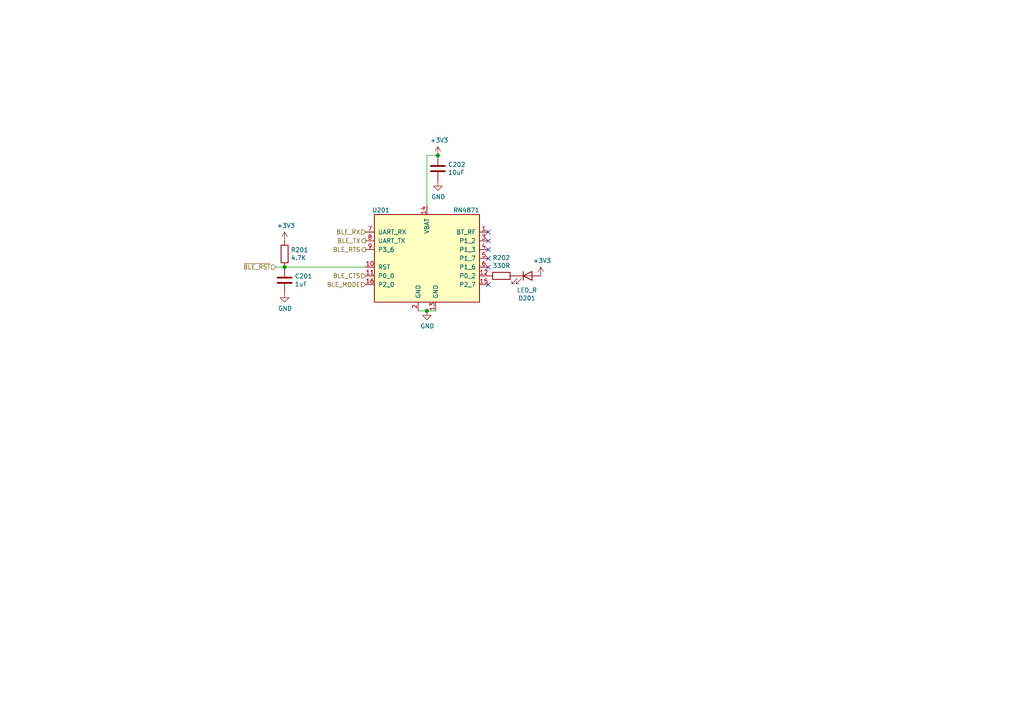
<source format=kicad_sch>
(kicad_sch (version 20210126) (generator eeschema)
  (paper "A4")
  (lib_symbols
    (symbol "Device:C" (pin_numbers hide) (pin_names (offset 0.254))
      (property "Reference" "C" (at 0.635 2.54 0))
      (property "Value" "C" (at 0.635 -2.54 0))
      (symbol "C_0_1"
        (polyline (pts (xy -2.032 -0.762) (xy 2.032 -0.762)) (stroke (width 0.508)))
        (polyline (pts (xy -2.032 0.762) (xy 2.032 0.762)) (stroke (width 0.508)))
      )
      (symbol "C_1_1"
        (pin passive line (at 0 3.81 270) (length 2.794) (name "~") (number "1"))
        (pin passive line (at 0 -3.81 90) (length 2.794) (name "~") (number "2"))
      )
    )
    (symbol "Device:LED" (pin_numbers hide) (pin_names (offset 1.016) hide)
      (property "Reference" "D" (at 0 2.54 0))
      (property "Value" "LED" (at 0 -2.54 0))
      (symbol "LED_0_1"
        (polyline (pts (xy -1.27 -1.27) (xy -1.27 1.27)) (stroke (width 0.254)))
        (polyline (pts (xy -1.27 0) (xy 1.27 0)))
        (polyline (pts (xy 1.27 -1.27) (xy 1.27 1.27) (xy -1.27 0) (xy 1.27 -1.27)) (stroke (width 0.254)))
        (polyline (pts (xy -3.048 -0.762) (xy -4.572 -2.286) (xy -3.81 -2.286) (xy -4.572 -2.286) (xy -4.572 -1.524)))
        (polyline (pts (xy -1.778 -0.762) (xy -3.302 -2.286) (xy -2.54 -2.286) (xy -3.302 -2.286) (xy -3.302 -1.524)))
      )
      (symbol "LED_1_1"
        (pin passive line (at -3.81 0 0) (length 2.54) (name "K") (number "1"))
        (pin passive line (at 3.81 0 180) (length 2.54) (name "A") (number "2"))
      )
    )
    (symbol "Device:R" (pin_numbers hide) (pin_names (offset 0))
      (property "Reference" "R" (at 2.032 0 90))
      (property "Value" "R" (at 0 0 90))
      (symbol "R_0_1"
        (rectangle (start -1.016 -2.54) (end 1.016 2.54) (stroke (width 0.254)))
      )
      (symbol "R_1_1"
        (pin passive line (at 0 3.81 270) (length 1.27) (name "~") (number "1"))
        (pin passive line (at 0 -3.81 90) (length 1.27) (name "~") (number "2"))
      )
    )
    (symbol "RF_Bluetooth:RN4871" (pin_names (offset 1.016))
      (property "Reference" "U" (at -12.7 13.97 0))
      (property "Value" "RN4871" (at 11.43 -15.24 0))
      (symbol "RN4871_0_1"
        (rectangle (start -15.24 12.7) (end 15.24 -12.7) (stroke (width 0.254)) (fill (type background)))
      )
      (symbol "RN4871_1_1"
        (pin output line (at 17.78 7.62 180) (length 2.54) (name "BT_RF") (number "1"))
        (pin input line (at -17.78 -2.54 0) (length 2.54) (name "RST") (number "10"))
        (pin bidirectional line (at -17.78 -5.08 0) (length 2.54) (name "P0_0") (number "11"))
        (pin bidirectional line (at 17.78 -5.08 180) (length 2.54) (name "P0_2") (number "12"))
        (pin power_in line (at 2.54 -15.24 90) (length 2.54) (name "GND") (number "13"))
        (pin power_in line (at 0 15.24 270) (length 2.54) (name "VBAT") (number "14"))
        (pin bidirectional line (at 17.78 -7.62 180) (length 2.54) (name "P2_7") (number "15"))
        (pin input line (at -17.78 -7.62 0) (length 2.54) (name "P2_0") (number "16"))
        (pin power_in line (at -2.54 -15.24 90) (length 2.54) (name "GND") (number "2"))
        (pin bidirectional line (at 17.78 5.08 180) (length 2.54) (name "P1_2") (number "3"))
        (pin bidirectional line (at 17.78 2.54 180) (length 2.54) (name "P1_3") (number "4"))
        (pin bidirectional line (at 17.78 0 180) (length 2.54) (name "P1_7") (number "5"))
        (pin bidirectional line (at 17.78 -2.54 180) (length 2.54) (name "P1_6") (number "6"))
        (pin input line (at -17.78 7.62 0) (length 2.54) (name "UART_RX") (number "7"))
        (pin output line (at -17.78 5.08 0) (length 2.54) (name "UART_TX") (number "8"))
        (pin bidirectional line (at -17.78 2.54 0) (length 2.54) (name "P3_6") (number "9"))
      )
    )
    (symbol "power:+3V3" (power) (pin_names (offset 0))
      (property "Value" "+3V3" (at 0 3.556 0))
      (symbol "+3V3_0_1"
        (polyline (pts (xy -0.762 1.27) (xy 0 2.54)))
        (polyline (pts (xy 0 0) (xy 0 2.54)))
        (polyline (pts (xy 0 2.54) (xy 0.762 1.27)))
      )
      (symbol "+3V3_1_1"
        (pin power_in line (at 0 0 90) (length 0) hide (name "+3V3") (number "1"))
      )
    )
    (symbol "power:GND" (power) (pin_names (offset 0))
      (property "Value" "GND" (at 0 -3.81 0))
      (symbol "GND_0_1"
        (polyline (pts (xy 0 0) (xy 0 -1.27) (xy 1.27 -1.27) (xy 0 -2.54) (xy -1.27 -1.27) (xy 0 -1.27)))
      )
      (symbol "GND_1_1"
        (pin power_in line (at 0 0 270) (length 0) hide (name "GND") (number "1"))
      )
    )
  )
  (junction (at 82.55 77.47) (diameter 1.016))
  (junction (at 123.825 90.17) (diameter 1.016))
  (junction (at 127 45.085) (diameter 1.016))
  (no_connect (at 141.605 67.31))
  (no_connect (at 141.605 69.85))
  (no_connect (at 141.605 72.39))
  (no_connect (at 141.605 74.93))
  (no_connect (at 141.605 77.47))
  (no_connect (at 141.605 82.55))
  (wire (pts (xy 80.01 77.47) (xy 82.55 77.47)))
  (wire (pts (xy 82.55 77.47) (xy 106.045 77.47)))
  (wire (pts (xy 121.285 90.17) (xy 123.825 90.17)))
  (wire (pts (xy 123.825 45.085) (xy 123.825 59.69)))
  (wire (pts (xy 123.825 90.17) (xy 126.365 90.17)))
  (wire (pts (xy 127 45.085) (xy 123.825 45.085)))
  (hierarchical_label "~BLE_RST" (shape input) (at 80.01 77.47 180))
  (hierarchical_label "BLE_RX" (shape input) (at 106.045 67.31 180))
  (hierarchical_label "BLE_TX" (shape output) (at 106.045 69.85 180))
  (hierarchical_label "BLE_RTS" (shape output) (at 106.045 72.39 180))
  (hierarchical_label "BLE_CTS" (shape input) (at 106.045 80.01 180))
  (hierarchical_label "BLE_MODE" (shape input) (at 106.045 82.55 180))
  (symbol (lib_id "power:+3V3") (at 82.55 69.85 0) (unit 1)
    (property "Reference" "#PWR0201" (effects hide))
    (property "Value" "+3V3" (at 82.931 65.4558 0))
  )
  (symbol (lib_id "power:+3V3") (at 127 45.085 0) (unit 1)
    (property "Reference" "#PWR0204" (effects hide))
    (property "Value" "+3V3" (at 127.381 40.6908 0))
  )
  (symbol (lib_id "power:+3V3") (at 156.845 80.01 0) (unit 1)
    (property "Reference" "#PWR0206" (effects hide))
    (property "Value" "+3V3" (at 157.226 75.6158 0))
  )
  (symbol (lib_id "power:GND") (at 82.55 85.09 0) (unit 1)
    (property "Reference" "#PWR0202" (effects hide))
    (property "Value" "GND" (at 82.677 89.4842 0))
  )
  (symbol (lib_id "power:GND") (at 123.825 90.17 0) (unit 1)
    (property "Reference" "#PWR0203" (effects hide))
    (property "Value" "GND" (at 123.952 94.5642 0))
  )
  (symbol (lib_id "power:GND") (at 127 52.705 0) (unit 1)
    (property "Reference" "#PWR0205" (effects hide))
    (property "Value" "GND" (at 127.127 57.0992 0))
  )
  (symbol (lib_id "Device:R") (at 82.55 73.66 0) (unit 1)
    (property "Reference" "R201" (at 84.328 72.4916 0) (effects (justify left)))
    (property "Value" "4.7K" (at 84.328 74.803 0) (effects (justify left)))
    (property "Footprint" "Resistor_SMD:R_0603_1608Metric" (effects hide))
    (property "Part" "https://www.digikey.com/product-detail/en/bourns-inc/CR0603-JW-472ELF/CR0603-JW-472ELFCT-ND/3592926" (effects hide))
  )
  (symbol (lib_id "Device:R") (at 145.415 80.01 270) (unit 1)
    (property "Reference" "R202" (at 145.415 74.7522 90))
    (property "Value" "330R" (at 145.415 77.0636 90))
    (property "Footprint" "Resistor_SMD:R_0603_1608Metric" (effects hide))
    (property "Part" "https://www.digikey.com/product-detail/en/bourns-inc/CR0603-JW-331ELF/CR0603-JW-331ELFCT-ND/3767680" (effects hide))
  )
  (symbol (lib_id "Device:LED") (at 153.035 80.01 0) (unit 1)
    (property "Reference" "D201" (at 152.8318 86.487 0))
    (property "Value" "LED_R" (at 152.8318 84.1756 0))
    (property "Footprint" "LED_SMD:LED_0603_1608Metric" (effects hide))
    (property "Part" "https://www.digikey.com/short/pzrff5" (effects hide))
  )
  (symbol (lib_id "Device:C") (at 82.55 81.28 0) (unit 1)
    (property "Reference" "C201" (at 85.471 80.1116 0) (effects (justify left)))
    (property "Value" "1uF" (at 85.471 82.423 0) (effects (justify left)))
    (property "Footprint" "Capacitor_SMD:C_0603_1608Metric" (effects hide))
    (property "Part" "https://www.digikey.com/short/pzrfm7" (effects hide))
  )
  (symbol (lib_id "Device:C") (at 127 48.895 0) (unit 1)
    (property "Reference" "C202" (at 129.921 47.7266 0) (effects (justify left)))
    (property "Value" "10uF" (at 129.921 50.038 0) (effects (justify left)))
    (property "Footprint" "Capacitor_SMD:C_0603_1608Metric" (effects hide))
    (property "Part" "https://www.digikey.com/product-detail/en/taiyo-yuden/JMK107ABJ106KA-T/587-6012-1-ND/8040675" (effects hide))
  )
  (symbol (lib_id "RF_Bluetooth:RN4871") (at 123.825 74.93 0) (unit 1)
    (property "Reference" "U201" (at 110.49 60.96 0))
    (property "Value" "RN4871" (at 135.255 60.96 0))
    (property "Footprint" "RN4871-V_RM118:XCVR_RN4871-V%2fRM118" (effects hide))
    (property "Datasheet" "http://ww1.microchip.com/downloads/en/DeviceDoc/50002489A.pdf" (effects hide))
    (property "Part" "https://www.digikey.com/short/pzrf52" (effects hide))
  )
)
</source>
